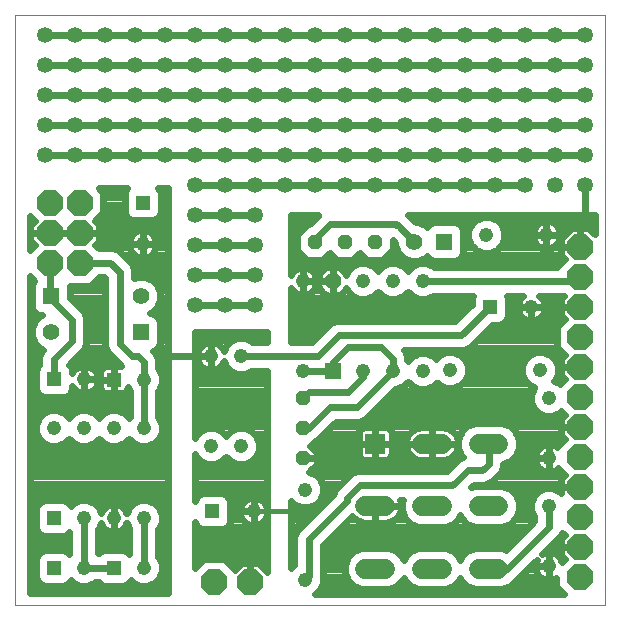
<source format=gbl>
G75*
G70*
%OFA0B0*%
%FSLAX24Y24*%
%IPPOS*%
%LPD*%
%AMOC8*
5,1,8,0,0,1.08239X$1,22.5*
%
%ADD10C,0.0000*%
%ADD11C,0.0650*%
%ADD12R,0.0650X0.0650*%
%ADD13OC8,0.0850*%
%ADD14C,0.0554*%
%ADD15R,0.0554X0.0554*%
%ADD16C,0.0476*%
%ADD17R,0.0476X0.0476*%
%ADD18OC8,0.0476*%
%ADD19C,0.0240*%
%ADD20C,0.0160*%
%ADD21C,0.0531*%
D10*
X000148Y000683D02*
X000148Y020368D01*
X019833Y020368D01*
X019833Y000683D01*
X000148Y000683D01*
D11*
X011838Y001897D02*
X012488Y001897D01*
X013728Y001897D02*
X014378Y001897D01*
X015618Y001897D02*
X016267Y001897D01*
X016267Y003983D02*
X015618Y003983D01*
X014378Y003983D02*
X013728Y003983D01*
X012488Y003983D02*
X011838Y003983D01*
X013728Y006070D02*
X014378Y006070D01*
X015618Y006070D02*
X016267Y006070D01*
D12*
X012163Y006070D03*
D13*
X007985Y001441D03*
X006790Y001441D03*
X002319Y012103D03*
X001321Y012097D03*
X001317Y013099D03*
X001319Y014101D03*
X002318Y014103D03*
X002321Y013101D03*
X018989Y012623D03*
X018989Y011621D03*
X018989Y010622D03*
X018991Y009623D03*
X018990Y008623D03*
X018991Y007623D03*
X018991Y006625D03*
X018989Y005622D03*
X018991Y004623D03*
X018989Y003621D03*
X018990Y002624D03*
X018990Y001624D03*
D14*
X010748Y011483D03*
X013466Y012804D03*
X004348Y010983D03*
X001347Y009782D03*
D15*
X001348Y010983D03*
X004347Y009782D03*
X010748Y008483D03*
X014466Y012804D03*
D16*
X013748Y011483D03*
X012748Y011483D03*
X011748Y011483D03*
X009748Y011483D03*
X007687Y008986D03*
X006687Y008986D03*
X004460Y008200D03*
X004448Y006583D03*
X003448Y006583D03*
X002448Y006583D03*
X001448Y006583D03*
X002464Y008210D03*
X006687Y005986D03*
X007687Y005986D03*
X009820Y004539D03*
X008109Y003812D03*
X009820Y001539D03*
X004447Y001927D03*
X004448Y003583D03*
X003448Y003583D03*
X002448Y003583D03*
X002452Y001930D03*
X009748Y008483D03*
X011748Y008483D03*
X012748Y008483D03*
X013748Y008483D03*
X014646Y008523D03*
X017363Y010631D03*
X017646Y008523D03*
X017948Y007583D03*
X017948Y005583D03*
X017948Y003983D03*
X017948Y001983D03*
X017868Y013031D03*
X015868Y013031D03*
X004410Y012727D03*
D17*
X004410Y014105D03*
X003460Y008200D03*
X001464Y008210D03*
X001448Y003583D03*
X001452Y001930D03*
X003447Y001927D03*
X006731Y003812D03*
X015985Y010631D03*
D18*
X012148Y012783D03*
X011148Y012783D03*
X010148Y012783D03*
X009748Y007583D03*
X009748Y006583D03*
X009748Y005583D03*
D19*
X009748Y005583D01*
X010206Y005583D01*
X010206Y005394D01*
X009946Y005134D01*
X010158Y005046D01*
X010326Y004878D01*
X010417Y004658D01*
X010417Y004420D01*
X010326Y004201D01*
X010158Y004032D01*
X009939Y003941D01*
X009701Y003941D01*
X009481Y004032D01*
X009348Y004165D01*
X009348Y001913D01*
X009468Y002033D01*
X009468Y002979D01*
X009541Y003155D01*
X009676Y003290D01*
X010744Y004358D01*
X010814Y004528D01*
X010949Y004663D01*
X010949Y004663D01*
X011241Y004955D01*
X011376Y005090D01*
X011553Y005163D01*
X014549Y005163D01*
X014549Y005163D01*
X014549Y005163D01*
X014841Y005455D01*
X014976Y005590D01*
X015084Y005635D01*
X015037Y005682D01*
X014933Y005934D01*
X014933Y006206D01*
X015037Y006458D01*
X015230Y006650D01*
X015481Y006755D01*
X016404Y006755D01*
X016655Y006650D01*
X016848Y006458D01*
X016952Y006206D01*
X016952Y005934D01*
X016848Y005682D01*
X016655Y005489D01*
X016428Y005395D01*
X016428Y005288D01*
X016355Y005111D01*
X016226Y004982D01*
X016161Y004917D01*
X016058Y004814D01*
X016058Y004814D01*
X015790Y004703D01*
X015447Y004703D01*
X015362Y004619D01*
X015481Y004668D01*
X016404Y004668D01*
X016655Y004564D01*
X016848Y004371D01*
X016952Y004119D01*
X016952Y003847D01*
X016848Y003595D01*
X016655Y003403D01*
X016404Y003298D01*
X015481Y003298D01*
X015230Y003403D01*
X015037Y003595D01*
X014998Y003691D01*
X014958Y003595D01*
X014765Y003403D01*
X014514Y003298D01*
X013592Y003298D01*
X013340Y003403D01*
X013147Y003595D01*
X013043Y003847D01*
X013043Y004119D01*
X013078Y004203D01*
X012987Y004203D01*
X012993Y004192D01*
X013019Y004111D01*
X013033Y004026D01*
X013033Y003983D01*
X012163Y003983D01*
X012163Y003438D01*
X012531Y003438D01*
X012615Y003452D01*
X012697Y003478D01*
X012773Y003517D01*
X012843Y003568D01*
X012903Y003628D01*
X012954Y003698D01*
X012993Y003774D01*
X013019Y003856D01*
X013033Y003940D01*
X013033Y003983D01*
X012163Y003983D01*
X012163Y003983D01*
X012163Y003438D01*
X011795Y003438D01*
X011711Y003452D01*
X011629Y003478D01*
X011553Y003517D01*
X011483Y003568D01*
X011423Y003628D01*
X011401Y003658D01*
X010428Y002684D01*
X010428Y001572D01*
X010417Y001547D01*
X010417Y001420D01*
X010326Y001201D01*
X010169Y001043D01*
X018461Y001043D01*
X018205Y001298D01*
X018205Y001604D01*
X018188Y001592D01*
X018124Y001559D01*
X018055Y001537D01*
X017984Y001525D01*
X017948Y001525D01*
X017948Y001983D01*
X017948Y001983D01*
X017948Y001525D01*
X017912Y001525D01*
X017841Y001537D01*
X017772Y001559D01*
X017708Y001592D01*
X017650Y001634D01*
X017599Y001685D01*
X017556Y001743D01*
X017524Y001808D01*
X017501Y001876D01*
X017490Y001947D01*
X017490Y001983D01*
X017948Y001983D01*
X017948Y001983D01*
X017490Y001983D01*
X017490Y002019D01*
X017501Y002090D01*
X017524Y002159D01*
X017546Y002202D01*
X016833Y001490D01*
X016826Y001487D01*
X016655Y001316D01*
X016404Y001212D01*
X015481Y001212D01*
X015230Y001316D01*
X015037Y001509D01*
X014998Y001604D01*
X014958Y001509D01*
X014765Y001316D01*
X014514Y001212D01*
X013592Y001212D01*
X013340Y001316D01*
X013147Y001509D01*
X013108Y001604D01*
X013068Y001509D01*
X012876Y001316D01*
X012624Y001212D01*
X011702Y001212D01*
X011450Y001316D01*
X011258Y001509D01*
X011153Y001760D01*
X011153Y002033D01*
X011258Y002285D01*
X011450Y002477D01*
X011702Y002581D01*
X012624Y002581D01*
X012876Y002477D01*
X013068Y002285D01*
X013108Y002189D01*
X013147Y002285D01*
X013340Y002477D01*
X013592Y002581D01*
X014514Y002581D01*
X014765Y002477D01*
X014958Y002285D01*
X014998Y002189D01*
X015037Y002285D01*
X015230Y002477D01*
X015481Y002581D01*
X016404Y002581D01*
X016519Y002533D01*
X017468Y003482D01*
X017468Y003618D01*
X017441Y003645D01*
X017350Y003864D01*
X017350Y004102D01*
X017441Y004322D01*
X017609Y004490D01*
X017829Y004581D01*
X018067Y004581D01*
X018287Y004490D01*
X018346Y004430D01*
X018346Y004623D01*
X018991Y004623D01*
X018991Y004623D01*
X018346Y004623D01*
X018346Y004890D01*
X018479Y005023D01*
X018257Y005245D01*
X018246Y005234D01*
X018188Y005192D01*
X018124Y005159D01*
X018055Y005137D01*
X017984Y005125D01*
X017948Y005125D01*
X017948Y005583D01*
X017948Y005583D01*
X017948Y005125D01*
X017912Y005125D01*
X017841Y005137D01*
X017772Y005159D01*
X017708Y005192D01*
X017650Y005234D01*
X017599Y005285D01*
X017556Y005343D01*
X017524Y005408D01*
X017501Y005476D01*
X017490Y005547D01*
X017490Y005583D01*
X017948Y005583D01*
X017948Y005583D01*
X017490Y005583D01*
X017490Y005619D01*
X017501Y005690D01*
X017524Y005759D01*
X017556Y005823D01*
X017599Y005882D01*
X017650Y005932D01*
X017708Y005975D01*
X017772Y006008D01*
X017841Y006030D01*
X017912Y006041D01*
X017948Y006041D01*
X017948Y005583D01*
X017948Y006041D01*
X017984Y006041D01*
X018055Y006030D01*
X018124Y006008D01*
X018188Y005975D01*
X018213Y005956D01*
X018480Y006223D01*
X018346Y006358D01*
X018346Y006625D01*
X018991Y006625D01*
X018991Y006625D01*
X018346Y006625D01*
X018346Y006892D01*
X018479Y007025D01*
X018357Y007147D01*
X018287Y007076D01*
X018067Y006985D01*
X017829Y006985D01*
X017609Y007076D01*
X017441Y007245D01*
X017350Y007464D01*
X017350Y007702D01*
X017441Y007922D01*
X017468Y007949D01*
X017307Y008016D01*
X017139Y008184D01*
X017048Y008404D01*
X017048Y008642D01*
X017139Y008861D01*
X017307Y009029D01*
X017527Y009120D01*
X017765Y009120D01*
X017984Y009029D01*
X018153Y008861D01*
X018244Y008642D01*
X018244Y008404D01*
X018153Y008184D01*
X018125Y008157D01*
X018287Y008090D01*
X018317Y008060D01*
X018478Y008222D01*
X018345Y008355D01*
X018345Y008623D01*
X018990Y008623D01*
X018990Y008623D01*
X018345Y008623D01*
X018345Y008890D01*
X018479Y009024D01*
X018206Y009298D01*
X018206Y009948D01*
X018478Y010221D01*
X018344Y010355D01*
X018344Y010622D01*
X018989Y010622D01*
X018989Y010622D01*
X018344Y010622D01*
X018344Y010889D01*
X018458Y011003D01*
X017630Y011003D01*
X017661Y010980D01*
X017712Y010930D01*
X017755Y010871D01*
X017787Y010807D01*
X017809Y010738D01*
X017821Y010667D01*
X017821Y010631D01*
X017363Y010631D01*
X017363Y010174D01*
X017399Y010174D01*
X017470Y010185D01*
X017539Y010207D01*
X017603Y010240D01*
X017661Y010282D01*
X017712Y010333D01*
X017755Y010391D01*
X017787Y010456D01*
X017809Y010524D01*
X017821Y010595D01*
X017821Y010631D01*
X017363Y010631D01*
X017363Y010631D01*
X017363Y010174D01*
X017327Y010174D01*
X017256Y010185D01*
X017187Y010207D01*
X017123Y010240D01*
X017065Y010282D01*
X017014Y010333D01*
X016971Y010391D01*
X016939Y010456D01*
X016916Y010524D01*
X016905Y010595D01*
X016905Y010631D01*
X017363Y010631D01*
X017363Y010631D01*
X017363Y010631D01*
X016905Y010631D01*
X016905Y010667D01*
X016916Y010738D01*
X016939Y010807D01*
X016971Y010871D01*
X017014Y010930D01*
X017065Y010980D01*
X017096Y011003D01*
X016557Y011003D01*
X016583Y010941D01*
X016583Y010322D01*
X016528Y010190D01*
X016427Y010088D01*
X016294Y010034D01*
X016066Y010034D01*
X015309Y009276D01*
X015132Y009203D01*
X013107Y009203D01*
X013155Y009155D01*
X013228Y008979D01*
X013228Y008849D01*
X013248Y008829D01*
X013409Y008990D01*
X013629Y009081D01*
X013867Y009081D01*
X014087Y008990D01*
X014177Y008899D01*
X014307Y009029D01*
X014527Y009120D01*
X014765Y009120D01*
X014984Y009029D01*
X015153Y008861D01*
X015244Y008642D01*
X015244Y008404D01*
X015153Y008184D01*
X014984Y008016D01*
X014765Y007925D01*
X014527Y007925D01*
X014307Y008016D01*
X014217Y008106D01*
X014087Y007976D01*
X013867Y007885D01*
X013629Y007885D01*
X013409Y007976D01*
X013248Y008138D01*
X013087Y007976D01*
X012867Y007885D01*
X012829Y007885D01*
X011820Y006876D01*
X011643Y006803D01*
X010847Y006803D01*
X010220Y006176D01*
X010163Y006153D01*
X009996Y005985D01*
X009993Y005985D01*
X010206Y005773D01*
X010206Y005583D01*
X009748Y005583D01*
X010048Y005930D02*
X011618Y005930D01*
X011618Y006070D02*
X011618Y005716D01*
X011633Y005660D01*
X011662Y005610D01*
X011703Y005569D01*
X011753Y005540D01*
X011809Y005525D01*
X012163Y005525D01*
X012517Y005525D01*
X012573Y005540D01*
X012623Y005569D01*
X012664Y005610D01*
X012693Y005660D01*
X012708Y005716D01*
X012708Y006070D01*
X012708Y006424D01*
X012693Y006480D01*
X012664Y006530D01*
X012623Y006571D01*
X012573Y006600D01*
X012517Y006615D01*
X012163Y006615D01*
X012163Y006070D01*
X012163Y006070D01*
X012163Y006615D01*
X011809Y006615D01*
X011753Y006600D01*
X011703Y006571D01*
X011662Y006530D01*
X011633Y006480D01*
X011618Y006424D01*
X011618Y006070D01*
X012163Y006070D01*
X012708Y006070D01*
X012163Y006070D01*
X012163Y006070D01*
X012163Y006070D01*
X012163Y005525D01*
X012163Y006070D01*
X012163Y006070D01*
X011618Y006070D01*
X011618Y006169D02*
X010202Y006169D01*
X010451Y006407D02*
X011618Y006407D01*
X011828Y006884D02*
X018346Y006884D01*
X018346Y006646D02*
X016660Y006646D01*
X016869Y006407D02*
X018346Y006407D01*
X018426Y006169D02*
X016952Y006169D01*
X016951Y005930D02*
X017648Y005930D01*
X017502Y005692D02*
X016852Y005692D01*
X016568Y005453D02*
X017509Y005453D01*
X017676Y005215D02*
X016398Y005215D01*
X016220Y004976D02*
X018432Y004976D01*
X018346Y004738D02*
X015873Y004738D01*
X015644Y005183D02*
X015248Y005183D01*
X014821Y004756D01*
X014644Y004683D02*
X011648Y004683D01*
X011221Y004256D01*
X011221Y004156D01*
X009948Y002883D01*
X009948Y001668D01*
X009820Y001539D01*
X010286Y001160D02*
X018344Y001160D01*
X018205Y001399D02*
X016738Y001399D01*
X016981Y001637D02*
X017647Y001637D01*
X017502Y001876D02*
X017219Y001876D01*
X017458Y002114D02*
X017509Y002114D01*
X017729Y002386D02*
X018220Y002876D01*
X018355Y003011D01*
X018394Y003106D01*
X018478Y003023D01*
X018345Y002891D01*
X018345Y002624D01*
X018990Y002624D01*
X018990Y002624D01*
X018345Y002624D01*
X018345Y002357D01*
X018479Y002223D01*
X018383Y002126D01*
X018372Y002159D01*
X018340Y002223D01*
X018297Y002282D01*
X018246Y002332D01*
X018188Y002375D01*
X018124Y002408D01*
X018055Y002430D01*
X017984Y002441D01*
X017948Y002441D01*
X017948Y001983D01*
X017948Y002441D01*
X017912Y002441D01*
X017841Y002430D01*
X017772Y002408D01*
X017729Y002386D01*
X017948Y002353D02*
X017948Y002353D01*
X017935Y002591D02*
X018345Y002591D01*
X018349Y002353D02*
X018218Y002353D01*
X017948Y002114D02*
X017948Y002114D01*
X017948Y001983D02*
X017948Y001983D01*
X017948Y001876D02*
X017948Y001876D01*
X017948Y001637D02*
X017948Y001637D01*
X018173Y002830D02*
X018345Y002830D01*
X018378Y003068D02*
X018432Y003068D01*
X017948Y003283D02*
X017948Y003983D01*
X017632Y004499D02*
X016720Y004499D01*
X016894Y004261D02*
X017416Y004261D01*
X017350Y004022D02*
X016952Y004022D01*
X016926Y003784D02*
X017384Y003784D01*
X017468Y003545D02*
X016798Y003545D01*
X016424Y003307D02*
X017293Y003307D01*
X017054Y003068D02*
X010812Y003068D01*
X010573Y002830D02*
X016816Y002830D01*
X016577Y002591D02*
X010428Y002591D01*
X010428Y002353D02*
X011326Y002353D01*
X011187Y002114D02*
X010428Y002114D01*
X010428Y001876D02*
X011153Y001876D01*
X011204Y001637D02*
X010428Y001637D01*
X010409Y001399D02*
X011368Y001399D01*
X012958Y001399D02*
X013257Y001399D01*
X013216Y002353D02*
X013000Y002353D01*
X013572Y003307D02*
X011050Y003307D01*
X011289Y003545D02*
X011514Y003545D01*
X012163Y003545D02*
X012163Y003545D01*
X012163Y003784D02*
X012163Y003784D01*
X012163Y003983D02*
X012163Y003983D01*
X012812Y003545D02*
X013197Y003545D01*
X013069Y003784D02*
X012996Y003784D01*
X013033Y004022D02*
X013043Y004022D01*
X013600Y005538D02*
X013685Y005525D01*
X014053Y005525D01*
X014420Y005525D01*
X014505Y005538D01*
X014587Y005565D01*
X014663Y005604D01*
X014732Y005654D01*
X014793Y005715D01*
X014843Y005784D01*
X014882Y005861D01*
X014909Y005942D01*
X014922Y006027D01*
X014922Y006070D01*
X014922Y006113D01*
X014909Y006197D01*
X014882Y006279D01*
X014843Y006355D01*
X014793Y006425D01*
X014732Y006485D01*
X014663Y006536D01*
X014587Y006575D01*
X014505Y006601D01*
X014420Y006615D01*
X014053Y006615D01*
X014053Y006070D01*
X014922Y006070D01*
X014053Y006070D01*
X014053Y006070D01*
X014053Y006070D01*
X014053Y005525D01*
X014053Y006070D01*
X014053Y006070D01*
X014053Y006615D01*
X013685Y006615D01*
X013600Y006601D01*
X013519Y006575D01*
X013442Y006536D01*
X013373Y006485D01*
X013312Y006425D01*
X013262Y006355D01*
X013223Y006279D01*
X013197Y006197D01*
X013183Y006113D01*
X013183Y006070D01*
X014053Y006070D01*
X014053Y006070D01*
X013183Y006070D01*
X013183Y006027D01*
X013197Y005942D01*
X013223Y005861D01*
X013262Y005784D01*
X013312Y005715D01*
X013373Y005654D01*
X013442Y005604D01*
X013519Y005565D01*
X013600Y005538D01*
X013336Y005692D02*
X012701Y005692D01*
X012708Y005930D02*
X013200Y005930D01*
X013192Y006169D02*
X012708Y006169D01*
X012708Y006407D02*
X013300Y006407D01*
X014053Y006407D02*
X014053Y006407D01*
X014053Y006169D02*
X014053Y006169D01*
X014053Y005930D02*
X014053Y005930D01*
X014053Y005692D02*
X014053Y005692D01*
X014601Y005215D02*
X010027Y005215D01*
X010206Y005453D02*
X014839Y005453D01*
X014770Y005692D02*
X015033Y005692D01*
X014934Y005930D02*
X014905Y005930D01*
X014913Y006169D02*
X014933Y006169D01*
X015016Y006407D02*
X014806Y006407D01*
X015225Y006646D02*
X010689Y006646D01*
X010648Y007283D02*
X011548Y007283D01*
X012748Y008483D01*
X012748Y008883D01*
X012348Y009283D01*
X011248Y009283D01*
X010748Y008783D01*
X010748Y008483D01*
X009748Y008483D01*
X010250Y008986D02*
X010948Y009683D01*
X015037Y009683D01*
X015985Y010631D01*
X016583Y010700D02*
X016910Y010700D01*
X016937Y010462D02*
X016583Y010462D01*
X016542Y010223D02*
X017155Y010223D01*
X017363Y010223D02*
X017363Y010223D01*
X017571Y010223D02*
X018475Y010223D01*
X018242Y009985D02*
X016017Y009985D01*
X015779Y009746D02*
X018206Y009746D01*
X018206Y009508D02*
X015540Y009508D01*
X015292Y009269D02*
X018234Y009269D01*
X018473Y009031D02*
X017981Y009031D01*
X018181Y008792D02*
X018345Y008792D01*
X018345Y008554D02*
X018244Y008554D01*
X018207Y008315D02*
X018385Y008315D01*
X018334Y008077D02*
X018300Y008077D01*
X017407Y007838D02*
X012782Y007838D01*
X012543Y007600D02*
X017350Y007600D01*
X017393Y007361D02*
X012305Y007361D01*
X012066Y007123D02*
X017563Y007123D01*
X018333Y007123D02*
X018381Y007123D01*
X017948Y005930D02*
X017948Y005930D01*
X017948Y005692D02*
X017948Y005692D01*
X017948Y005583D02*
X017948Y005583D01*
X017948Y005453D02*
X017948Y005453D01*
X017948Y005215D02*
X017948Y005215D01*
X018220Y005215D02*
X018286Y005215D01*
X018264Y004499D02*
X018346Y004499D01*
X017948Y003283D02*
X016561Y001897D01*
X015942Y001897D01*
X015147Y001399D02*
X014848Y001399D01*
X014890Y002353D02*
X015105Y002353D01*
X015461Y003307D02*
X014534Y003307D01*
X014908Y003545D02*
X015087Y003545D01*
X014644Y004683D02*
X014672Y004685D01*
X014700Y004689D01*
X014727Y004697D01*
X014752Y004708D01*
X014777Y004721D01*
X014800Y004738D01*
X014821Y004756D01*
X015644Y005183D02*
X015672Y005185D01*
X015700Y005189D01*
X015727Y005197D01*
X015752Y005208D01*
X015777Y005221D01*
X015800Y005238D01*
X015821Y005256D01*
X015948Y005383D01*
X015948Y006057D01*
X015947Y006064D01*
X015942Y006070D01*
X015045Y008077D02*
X017246Y008077D01*
X017085Y008315D02*
X015207Y008315D01*
X015244Y008554D02*
X017048Y008554D01*
X017110Y008792D02*
X015181Y008792D01*
X014981Y009031D02*
X017311Y009031D01*
X017363Y010462D02*
X017363Y010462D01*
X017789Y010462D02*
X018344Y010462D01*
X018344Y010700D02*
X017816Y010700D01*
X017703Y010939D02*
X018394Y010939D01*
X018852Y011483D02*
X018989Y011621D01*
X018852Y011483D02*
X013748Y011483D01*
X013312Y011893D02*
X013184Y011893D01*
X013248Y011829D02*
X013087Y011990D01*
X012867Y012081D01*
X012629Y012081D01*
X012409Y011990D01*
X012248Y011829D01*
X012087Y011990D01*
X011867Y012081D01*
X011629Y012081D01*
X011409Y011990D01*
X011241Y011822D01*
X011193Y011705D01*
X011173Y011744D01*
X011127Y011807D01*
X011072Y011862D01*
X011009Y011908D01*
X010939Y011944D01*
X010864Y011968D01*
X010787Y011980D01*
X010748Y011980D01*
X010748Y011483D01*
X010748Y010986D01*
X010787Y010986D01*
X010864Y010998D01*
X010939Y011023D01*
X011009Y011058D01*
X011072Y011104D01*
X011127Y011159D01*
X011173Y011223D01*
X011193Y011261D01*
X011241Y011145D01*
X011409Y010976D01*
X011629Y010885D01*
X011867Y010885D01*
X012087Y010976D01*
X012248Y011138D01*
X012409Y010976D01*
X012629Y010885D01*
X012867Y010885D01*
X013087Y010976D01*
X013248Y011138D01*
X013409Y010976D01*
X013629Y010885D01*
X013867Y010885D01*
X014087Y010976D01*
X014113Y011003D01*
X015413Y011003D01*
X015387Y010941D01*
X015387Y010712D01*
X014838Y010163D01*
X010853Y010163D01*
X010676Y010090D01*
X010541Y009955D01*
X010052Y009466D01*
X009348Y009466D01*
X009348Y011260D01*
X009356Y011243D01*
X009399Y011185D01*
X009450Y011134D01*
X009508Y011092D01*
X009572Y011059D01*
X009641Y011037D01*
X009712Y011025D01*
X009748Y011025D01*
X009784Y011025D01*
X009855Y011037D01*
X009924Y011059D01*
X009988Y011092D01*
X010046Y011134D01*
X010097Y011185D01*
X010140Y011243D01*
X010172Y011308D01*
X010195Y011376D01*
X010206Y011447D01*
X010206Y011483D01*
X009748Y011483D01*
X009748Y011025D01*
X009748Y011483D01*
X009748Y011483D01*
X009748Y011483D01*
X010206Y011483D01*
X010206Y011519D01*
X010195Y011590D01*
X010172Y011659D01*
X010140Y011723D01*
X010097Y011782D01*
X010046Y011832D01*
X009988Y011875D01*
X009924Y011908D01*
X009855Y011930D01*
X009784Y011941D01*
X009748Y011941D01*
X009748Y011483D01*
X009748Y011941D01*
X009712Y011941D01*
X009641Y011930D01*
X009572Y011908D01*
X009508Y011875D01*
X009450Y011832D01*
X009399Y011782D01*
X009356Y011723D01*
X009348Y011707D01*
X009348Y013683D01*
X010269Y013683D01*
X010241Y013655D01*
X009967Y013381D01*
X009900Y013381D01*
X009550Y013031D01*
X009550Y012536D01*
X009900Y012185D01*
X010396Y012185D01*
X010648Y012438D01*
X010900Y012185D01*
X011396Y012185D01*
X011648Y012438D01*
X011900Y012185D01*
X012396Y012185D01*
X012746Y012536D01*
X012746Y012845D01*
X012829Y012762D01*
X012829Y012677D01*
X012926Y012443D01*
X013105Y012264D01*
X013339Y012167D01*
X013593Y012167D01*
X013827Y012264D01*
X013885Y012321D01*
X013985Y012221D01*
X014117Y012167D01*
X014815Y012167D01*
X014947Y012221D01*
X015048Y012323D01*
X015103Y012455D01*
X015103Y013153D01*
X015048Y013285D01*
X014947Y013386D01*
X014815Y013441D01*
X014117Y013441D01*
X013985Y013386D01*
X013885Y013286D01*
X013827Y013344D01*
X013593Y013441D01*
X013508Y013441D01*
X013361Y013588D01*
X013299Y013649D01*
X013265Y013683D01*
X019473Y013683D01*
X019473Y013051D01*
X019256Y013268D01*
X018989Y013268D01*
X018989Y012623D01*
X018989Y012623D01*
X018989Y013268D01*
X018722Y013268D01*
X018344Y012890D01*
X018344Y012623D01*
X018989Y012623D01*
X018989Y012623D01*
X018344Y012623D01*
X018344Y012355D01*
X018479Y012221D01*
X018221Y011963D01*
X014113Y011963D01*
X014087Y011990D01*
X013867Y012081D01*
X013629Y012081D01*
X013409Y011990D01*
X013248Y011829D01*
X012999Y012370D02*
X012580Y012370D01*
X012746Y012608D02*
X012857Y012608D01*
X012960Y013310D02*
X012939Y013328D01*
X012916Y013345D01*
X012891Y013358D01*
X012866Y013369D01*
X012839Y013377D01*
X012811Y013381D01*
X012783Y013383D01*
X010648Y013383D01*
X010219Y012954D01*
X010219Y012953D02*
X010201Y012933D01*
X010185Y012911D01*
X010172Y012888D01*
X010162Y012863D01*
X010154Y012837D01*
X010150Y012810D01*
X010148Y012783D01*
X009716Y012370D02*
X009348Y012370D01*
X009348Y012608D02*
X009550Y012608D01*
X009550Y012847D02*
X009348Y012847D01*
X009348Y013085D02*
X009605Y013085D01*
X009843Y013324D02*
X009348Y013324D01*
X009348Y013562D02*
X010148Y013562D01*
X010580Y012370D02*
X010716Y012370D01*
X010709Y011980D02*
X010632Y011968D01*
X010557Y011944D01*
X010487Y011908D01*
X010424Y011862D01*
X010369Y011807D01*
X010323Y011744D01*
X010287Y011674D01*
X010263Y011600D01*
X010251Y011522D01*
X010251Y011483D01*
X010251Y011444D01*
X010263Y011367D01*
X010287Y011292D01*
X010323Y011223D01*
X010369Y011159D01*
X010424Y011104D01*
X010487Y011058D01*
X010557Y011023D01*
X010632Y010998D01*
X010709Y010986D01*
X010748Y010986D01*
X010748Y011483D01*
X010748Y011483D01*
X010251Y011483D01*
X010748Y011483D01*
X010748Y011483D01*
X010748Y011980D01*
X010709Y011980D01*
X010748Y011893D02*
X010748Y011893D01*
X011030Y011893D02*
X011312Y011893D01*
X011580Y012370D02*
X011716Y012370D01*
X012184Y011893D02*
X012312Y011893D01*
X012500Y010939D02*
X011996Y010939D01*
X011500Y010939D02*
X009348Y010939D01*
X009348Y011177D02*
X009407Y011177D01*
X009748Y011177D02*
X009748Y011177D01*
X009748Y011416D02*
X009748Y011416D01*
X009748Y011483D02*
X009748Y011483D01*
X009748Y011654D02*
X009748Y011654D01*
X009748Y011893D02*
X009748Y011893D01*
X009543Y011893D02*
X009348Y011893D01*
X009348Y012131D02*
X018389Y012131D01*
X018344Y012370D02*
X015068Y012370D01*
X015103Y012608D02*
X015446Y012608D01*
X015530Y012525D02*
X015362Y012693D01*
X015271Y012912D01*
X015271Y013150D01*
X015362Y013370D01*
X015530Y013538D01*
X015750Y013629D01*
X015987Y013629D01*
X016207Y013538D01*
X016375Y013370D01*
X016466Y013150D01*
X016466Y012912D01*
X016375Y012693D01*
X016207Y012525D01*
X015987Y012434D01*
X015750Y012434D01*
X015530Y012525D01*
X015298Y012847D02*
X015103Y012847D01*
X015103Y013085D02*
X015271Y013085D01*
X015343Y013324D02*
X015010Y013324D01*
X015588Y013562D02*
X013386Y013562D01*
X012960Y013310D02*
X013466Y012804D01*
X013847Y013324D02*
X013923Y013324D01*
X016149Y013562D02*
X019473Y013562D01*
X019473Y013324D02*
X018222Y013324D01*
X018218Y013330D02*
X018167Y013380D01*
X018108Y013423D01*
X018044Y013456D01*
X017976Y013478D01*
X017905Y013489D01*
X017868Y013489D01*
X017832Y013489D01*
X017761Y013478D01*
X017693Y013456D01*
X017629Y013423D01*
X017570Y013380D01*
X017519Y013330D01*
X017477Y013271D01*
X017444Y013207D01*
X017422Y013138D01*
X017411Y013067D01*
X017411Y013031D01*
X017411Y012995D01*
X017422Y012924D01*
X017444Y012856D01*
X017477Y012791D01*
X017519Y012733D01*
X017570Y012682D01*
X017629Y012640D01*
X017693Y012607D01*
X017761Y012585D01*
X017832Y012574D01*
X017868Y012574D01*
X017868Y013031D01*
X017411Y013031D01*
X017868Y013031D01*
X017868Y013031D01*
X017868Y013031D01*
X017868Y012574D01*
X017905Y012574D01*
X017976Y012585D01*
X018044Y012607D01*
X018108Y012640D01*
X018167Y012682D01*
X018218Y012733D01*
X018260Y012791D01*
X018293Y012856D01*
X018315Y012924D01*
X018326Y012995D01*
X018326Y013031D01*
X017868Y013031D01*
X017868Y013489D01*
X017868Y013031D01*
X017868Y013031D01*
X017868Y013031D01*
X018326Y013031D01*
X018326Y013067D01*
X018315Y013138D01*
X018293Y013207D01*
X018260Y013271D01*
X018218Y013330D01*
X018323Y013085D02*
X018539Y013085D01*
X018344Y012847D02*
X018288Y012847D01*
X018344Y012608D02*
X018047Y012608D01*
X017868Y012608D02*
X017868Y012608D01*
X017690Y012608D02*
X016291Y012608D01*
X016439Y012847D02*
X017449Y012847D01*
X017414Y013085D02*
X016466Y013085D01*
X016394Y013324D02*
X017515Y013324D01*
X017868Y013324D02*
X017868Y013324D01*
X017868Y013085D02*
X017868Y013085D01*
X017868Y012847D02*
X017868Y012847D01*
X018989Y012847D02*
X018989Y012847D01*
X018989Y013085D02*
X018989Y013085D01*
X019438Y013085D02*
X019473Y013085D01*
X019148Y013683D02*
X019148Y014683D01*
X019148Y015683D02*
X001148Y015683D01*
X001148Y016683D02*
X019148Y016683D01*
X019148Y017683D02*
X001148Y017683D01*
X001148Y018683D02*
X019148Y018683D01*
X019148Y019683D02*
X001148Y019683D01*
X002947Y014583D02*
X003903Y014583D01*
X003867Y014547D01*
X003812Y014415D01*
X003812Y013796D01*
X003867Y013664D01*
X003968Y013562D01*
X004101Y013508D01*
X004719Y013508D01*
X004852Y013562D01*
X004953Y013664D01*
X005008Y013796D01*
X005008Y014415D01*
X004953Y014547D01*
X004917Y014583D01*
X005248Y014583D01*
X005248Y001083D01*
X000648Y001083D01*
X000648Y011660D01*
X000805Y011503D01*
X000766Y011464D01*
X000711Y011332D01*
X000711Y010634D01*
X000766Y010502D01*
X000867Y010401D01*
X000999Y010346D01*
X001044Y010346D01*
X000986Y010322D01*
X000807Y010143D01*
X000710Y009909D01*
X000710Y009655D01*
X000807Y009421D01*
X000986Y009242D01*
X001086Y009200D01*
X001041Y009155D01*
X000968Y008979D01*
X000968Y008698D01*
X000921Y008651D01*
X000866Y008519D01*
X000866Y007900D01*
X000921Y007768D01*
X001022Y007667D01*
X001155Y007612D01*
X001773Y007612D01*
X001906Y007667D01*
X002007Y007768D01*
X002062Y007900D01*
X002062Y007991D01*
X002072Y007970D01*
X002115Y007911D01*
X002166Y007860D01*
X002224Y007818D01*
X002288Y007785D01*
X002357Y007763D01*
X002428Y007752D01*
X002464Y007752D01*
X002500Y007752D01*
X002571Y007763D01*
X002640Y007785D01*
X002704Y007818D01*
X002762Y007860D01*
X002813Y007911D01*
X002855Y007970D01*
X002888Y008034D01*
X002910Y008102D01*
X002922Y008174D01*
X002922Y008210D01*
X002922Y008246D01*
X002910Y008317D01*
X002888Y008385D01*
X002855Y008450D01*
X002813Y008508D01*
X002762Y008559D01*
X002704Y008601D01*
X002640Y008634D01*
X002571Y008656D01*
X002500Y008667D01*
X002464Y008667D01*
X002464Y008210D01*
X002464Y008210D01*
X002464Y008667D01*
X002428Y008667D01*
X002357Y008656D01*
X002288Y008634D01*
X002224Y008601D01*
X002166Y008559D01*
X002115Y008508D01*
X002072Y008450D01*
X002062Y008429D01*
X002062Y008519D01*
X002007Y008651D01*
X001951Y008707D01*
X002455Y009211D01*
X002528Y009388D01*
X002528Y010279D01*
X002455Y010455D01*
X002320Y010590D01*
X001985Y010925D01*
X001985Y011327D01*
X001994Y011318D01*
X002644Y011318D01*
X002949Y011623D01*
X003130Y011623D01*
X003168Y011584D01*
X003168Y009288D01*
X003241Y009111D01*
X003641Y008711D01*
X003695Y008657D01*
X003460Y008657D01*
X003460Y008200D01*
X003460Y008200D01*
X003460Y008657D01*
X003193Y008657D01*
X003137Y008642D01*
X003087Y008613D01*
X003046Y008572D01*
X003017Y008522D01*
X003002Y008466D01*
X003002Y008200D01*
X003460Y008200D01*
X003460Y008200D01*
X003460Y007742D01*
X003727Y007742D01*
X003782Y007757D01*
X003833Y007786D01*
X003874Y007827D01*
X003903Y007877D01*
X003918Y007933D01*
X003918Y007946D01*
X003953Y007861D01*
X003978Y007836D01*
X003975Y006956D01*
X003948Y006929D01*
X003787Y007090D01*
X003567Y007181D01*
X003329Y007181D01*
X003109Y007090D01*
X002948Y006929D01*
X002787Y007090D01*
X002567Y007181D01*
X002329Y007181D01*
X002109Y007090D01*
X001948Y006929D01*
X001787Y007090D01*
X001567Y007181D01*
X001329Y007181D01*
X001109Y007090D01*
X000941Y006922D01*
X000850Y006702D01*
X000850Y006464D01*
X000941Y006245D01*
X001109Y006076D01*
X001329Y005985D01*
X001567Y005985D01*
X001787Y006076D01*
X001948Y006238D01*
X002109Y006076D01*
X002329Y005985D01*
X002567Y005985D01*
X002787Y006076D01*
X002948Y006238D01*
X003109Y006076D01*
X003329Y005985D01*
X003567Y005985D01*
X003787Y006076D01*
X003948Y006238D01*
X004109Y006076D01*
X004329Y005985D01*
X004567Y005985D01*
X004787Y006076D01*
X004955Y006245D01*
X005046Y006464D01*
X005046Y006702D01*
X004955Y006922D01*
X004935Y006942D01*
X004938Y007833D01*
X004967Y007861D01*
X005058Y008081D01*
X005058Y008319D01*
X004967Y008538D01*
X004928Y008577D01*
X004928Y008879D01*
X004855Y009055D01*
X004745Y009165D01*
X004828Y009199D01*
X004929Y009301D01*
X004984Y009433D01*
X004984Y010131D01*
X004929Y010263D01*
X004828Y010364D01*
X004695Y010419D01*
X004651Y010419D01*
X004709Y010443D01*
X004888Y010622D01*
X004985Y010857D01*
X004985Y011110D01*
X004888Y011344D01*
X004709Y011523D01*
X004475Y011620D01*
X004221Y011620D01*
X004128Y011582D01*
X004128Y011879D01*
X004055Y012055D01*
X003920Y012190D01*
X003601Y012509D01*
X003424Y012583D01*
X002949Y012583D01*
X002832Y012700D01*
X002966Y012834D01*
X002966Y013101D01*
X002321Y013101D01*
X002321Y013101D01*
X002319Y013099D01*
X001317Y013099D01*
X001317Y013099D01*
X000672Y013099D01*
X000672Y013366D01*
X000808Y013502D01*
X000648Y013661D01*
X000648Y012534D01*
X000809Y012694D01*
X000672Y012832D01*
X000672Y013099D01*
X001317Y013099D01*
X000672Y013085D02*
X000648Y013085D01*
X000648Y012847D02*
X000672Y012847D01*
X000648Y012608D02*
X000723Y012608D01*
X001321Y012097D02*
X001321Y011010D01*
X001348Y010983D01*
X001348Y010883D01*
X002048Y010183D01*
X002048Y009483D01*
X001448Y008883D01*
X001448Y008232D01*
X001464Y008210D01*
X000866Y008315D02*
X000648Y008315D01*
X000648Y008077D02*
X000866Y008077D01*
X000892Y007838D02*
X000648Y007838D01*
X000648Y007600D02*
X003977Y007600D01*
X003976Y007838D02*
X003880Y007838D01*
X003460Y007838D02*
X003460Y007838D01*
X003460Y007742D02*
X003460Y008200D01*
X003460Y008200D01*
X003002Y008200D01*
X003002Y007933D01*
X003017Y007877D01*
X003046Y007827D01*
X003087Y007786D01*
X003137Y007757D01*
X003193Y007742D01*
X003460Y007742D01*
X003460Y008077D02*
X003460Y008077D01*
X003460Y008315D02*
X003460Y008315D01*
X003460Y008554D02*
X003460Y008554D01*
X003560Y008792D02*
X002036Y008792D01*
X002047Y008554D02*
X002161Y008554D01*
X002464Y008554D02*
X002464Y008554D01*
X002464Y008315D02*
X002464Y008315D01*
X002464Y008210D02*
X002922Y008210D01*
X002464Y008210D01*
X002464Y008210D01*
X002464Y007752D01*
X002464Y008210D01*
X002464Y008210D01*
X002464Y008077D02*
X002464Y008077D01*
X002464Y007838D02*
X002464Y007838D01*
X002732Y007838D02*
X003039Y007838D01*
X003002Y008077D02*
X002902Y008077D01*
X002911Y008315D02*
X003002Y008315D01*
X003035Y008554D02*
X002767Y008554D01*
X002274Y009031D02*
X003322Y009031D01*
X003176Y009269D02*
X002479Y009269D01*
X002528Y009508D02*
X003168Y009508D01*
X003168Y009746D02*
X002528Y009746D01*
X002528Y009985D02*
X003168Y009985D01*
X003168Y010223D02*
X002528Y010223D01*
X002448Y010462D02*
X003168Y010462D01*
X003168Y010700D02*
X002210Y010700D01*
X001985Y010939D02*
X003168Y010939D01*
X003168Y011177D02*
X001985Y011177D01*
X002743Y011416D02*
X003168Y011416D01*
X003648Y011783D02*
X003648Y009383D01*
X004048Y008983D01*
X004248Y008983D01*
X004448Y008783D01*
X004448Y008205D01*
X004460Y008200D01*
X004453Y006589D01*
X004448Y006583D01*
X004879Y006169D02*
X005248Y006169D01*
X005248Y006407D02*
X005022Y006407D01*
X005046Y006646D02*
X005248Y006646D01*
X005248Y006884D02*
X004970Y006884D01*
X004936Y007123D02*
X005248Y007123D01*
X005248Y007361D02*
X004936Y007361D01*
X004937Y007600D02*
X005248Y007600D01*
X005248Y007838D02*
X004944Y007838D01*
X005056Y008077D02*
X005248Y008077D01*
X005248Y008315D02*
X005058Y008315D01*
X004951Y008554D02*
X005248Y008554D01*
X005248Y008792D02*
X004928Y008792D01*
X005148Y008983D02*
X005151Y008986D01*
X006687Y008986D01*
X006687Y008986D01*
X006230Y008986D01*
X006230Y008950D01*
X006241Y008879D01*
X006263Y008810D01*
X006296Y008746D01*
X006338Y008688D01*
X006389Y008637D01*
X006447Y008594D01*
X006512Y008562D01*
X006580Y008539D01*
X006651Y008528D01*
X006687Y008528D01*
X006687Y008986D01*
X006230Y008986D01*
X006230Y009022D01*
X006241Y009093D01*
X006263Y009162D01*
X006296Y009226D01*
X006338Y009284D01*
X006389Y009335D01*
X006447Y009378D01*
X006512Y009410D01*
X006580Y009432D01*
X006651Y009444D01*
X006687Y009444D01*
X006687Y008986D01*
X006687Y008986D01*
X006687Y008986D01*
X006687Y009444D01*
X006723Y009444D01*
X006795Y009432D01*
X006863Y009410D01*
X006927Y009378D01*
X006986Y009335D01*
X007037Y009284D01*
X007079Y009226D01*
X007112Y009162D01*
X007112Y009159D01*
X007181Y009324D01*
X007349Y009492D01*
X007568Y009583D01*
X007806Y009583D01*
X008026Y009492D01*
X008053Y009466D01*
X008548Y009466D01*
X008548Y009783D01*
X006148Y009783D01*
X006148Y006246D01*
X006181Y006325D01*
X006349Y006493D01*
X006568Y006584D01*
X006806Y006584D01*
X007026Y006493D01*
X007188Y006331D01*
X007349Y006492D01*
X007568Y006583D01*
X007806Y006583D01*
X008026Y006492D01*
X008194Y006324D01*
X008285Y006105D01*
X008285Y005867D01*
X008194Y005647D01*
X008026Y005479D01*
X007806Y005388D01*
X007568Y005388D01*
X007349Y005479D01*
X007187Y005640D01*
X007026Y005479D01*
X006806Y005388D01*
X006568Y005388D01*
X006349Y005479D01*
X006181Y005647D01*
X006148Y005726D01*
X006148Y004156D01*
X006188Y004253D01*
X006290Y004355D01*
X006422Y004409D01*
X007041Y004409D01*
X007173Y004355D01*
X007274Y004253D01*
X007329Y004121D01*
X007329Y003502D01*
X007274Y003370D01*
X007173Y003269D01*
X007041Y003214D01*
X006422Y003214D01*
X006290Y003269D01*
X006188Y003370D01*
X006148Y003468D01*
X006148Y001910D01*
X006465Y002226D01*
X007115Y002226D01*
X007486Y001855D01*
X007718Y002086D01*
X007985Y002086D01*
X007985Y001441D01*
X007985Y001441D01*
X007985Y002086D01*
X008252Y002086D01*
X008548Y001790D01*
X008548Y003680D01*
X008534Y003636D01*
X008501Y003572D01*
X008459Y003513D01*
X008408Y003462D01*
X008349Y003420D01*
X008285Y003387D01*
X008217Y003365D01*
X008145Y003354D01*
X008109Y003354D01*
X008109Y003812D01*
X008109Y004269D01*
X008073Y004269D01*
X008002Y004258D01*
X007934Y004236D01*
X007869Y004203D01*
X007811Y004161D01*
X007760Y004110D01*
X007718Y004052D01*
X007685Y003987D01*
X007663Y003919D01*
X007652Y003848D01*
X007652Y003812D01*
X008109Y003812D01*
X008109Y003812D01*
X008109Y003812D01*
X007652Y003812D01*
X007652Y003776D01*
X007663Y003704D01*
X007685Y003636D01*
X007718Y003572D01*
X007760Y003513D01*
X007811Y003462D01*
X007869Y003420D01*
X007934Y003387D01*
X008002Y003365D01*
X008073Y003354D01*
X008109Y003354D01*
X008109Y003812D01*
X008109Y004269D01*
X008145Y004269D01*
X008217Y004258D01*
X008285Y004236D01*
X008349Y004203D01*
X008408Y004161D01*
X008459Y004110D01*
X008501Y004052D01*
X008534Y003987D01*
X008548Y003943D01*
X008548Y008506D01*
X008053Y008506D01*
X008026Y008479D01*
X007806Y008388D01*
X007568Y008388D01*
X007349Y008479D01*
X007181Y008647D01*
X007112Y008812D01*
X007112Y008810D01*
X007079Y008746D01*
X007037Y008688D01*
X006986Y008637D01*
X006927Y008594D01*
X006863Y008562D01*
X006795Y008539D01*
X006723Y008528D01*
X006687Y008528D01*
X006687Y008986D01*
X006687Y009031D02*
X006687Y009031D01*
X006687Y009269D02*
X006687Y009269D01*
X006327Y009269D02*
X006148Y009269D01*
X006148Y009031D02*
X006231Y009031D01*
X006272Y008792D02*
X006148Y008792D01*
X006148Y008554D02*
X006536Y008554D01*
X006687Y008554D02*
X006687Y008554D01*
X006839Y008554D02*
X007274Y008554D01*
X007120Y008792D02*
X007102Y008792D01*
X006687Y008792D02*
X006687Y008792D01*
X007047Y009269D02*
X007158Y009269D01*
X007386Y009508D02*
X006148Y009508D01*
X006148Y009746D02*
X008548Y009746D01*
X008548Y009508D02*
X007989Y009508D01*
X007687Y008986D02*
X010250Y008986D01*
X010094Y009508D02*
X009348Y009508D01*
X009348Y009746D02*
X010332Y009746D01*
X010541Y009955D02*
X010541Y009955D01*
X010571Y009985D02*
X009348Y009985D01*
X009348Y010223D02*
X014898Y010223D01*
X015137Y010462D02*
X009348Y010462D01*
X009348Y010700D02*
X015375Y010700D01*
X015387Y010939D02*
X013996Y010939D01*
X013500Y010939D02*
X012996Y010939D01*
X011228Y011177D02*
X011140Y011177D01*
X010748Y011177D02*
X010748Y011177D01*
X010748Y011416D02*
X010748Y011416D01*
X010748Y011483D02*
X010748Y011483D01*
X010748Y011654D02*
X010748Y011654D01*
X010466Y011893D02*
X009953Y011893D01*
X010174Y011654D02*
X010281Y011654D01*
X010255Y011416D02*
X010201Y011416D01*
X010089Y011177D02*
X010356Y011177D01*
X008148Y010683D02*
X006148Y010683D01*
X005248Y010700D02*
X004920Y010700D01*
X004985Y010939D02*
X005248Y010939D01*
X005248Y011177D02*
X004957Y011177D01*
X004817Y011416D02*
X005248Y011416D01*
X005248Y011654D02*
X004128Y011654D01*
X004122Y011893D02*
X005248Y011893D01*
X005248Y012131D02*
X003979Y012131D01*
X004124Y012370D02*
X003740Y012370D01*
X004018Y012488D02*
X004061Y012429D01*
X004112Y012378D01*
X004170Y012336D01*
X004234Y012303D01*
X004303Y012281D01*
X004374Y012270D01*
X004410Y012270D01*
X004446Y012270D01*
X004517Y012281D01*
X004586Y012303D01*
X004650Y012336D01*
X004708Y012378D01*
X004759Y012429D01*
X004802Y012488D01*
X004834Y012552D01*
X004857Y012620D01*
X004868Y012691D01*
X004868Y012727D01*
X004410Y012727D01*
X004410Y012270D01*
X004410Y012727D01*
X004410Y012727D01*
X003952Y012727D01*
X003952Y012691D01*
X003963Y012620D01*
X003986Y012552D01*
X004018Y012488D01*
X003967Y012608D02*
X002924Y012608D01*
X002966Y012847D02*
X003967Y012847D01*
X003963Y012835D02*
X003952Y012764D01*
X003952Y012728D01*
X004410Y012728D01*
X004410Y013185D01*
X004410Y012728D01*
X004410Y012728D01*
X004410Y012727D01*
X004410Y012728D01*
X004868Y012728D01*
X004868Y012764D01*
X004857Y012835D01*
X004834Y012903D01*
X004802Y012967D01*
X004759Y013026D01*
X004708Y013077D01*
X004650Y013119D01*
X004586Y013152D01*
X004517Y013174D01*
X004446Y013185D01*
X004410Y013185D01*
X004374Y013185D01*
X004303Y013174D01*
X004234Y013152D01*
X004170Y013119D01*
X004112Y013077D01*
X004061Y013026D01*
X004018Y012967D01*
X003986Y012903D01*
X003963Y012835D01*
X004124Y013085D02*
X002966Y013085D01*
X002966Y013101D02*
X002966Y013368D01*
X002830Y013504D01*
X003103Y013777D01*
X003103Y014428D01*
X002947Y014583D01*
X003014Y014516D02*
X003854Y014516D01*
X003812Y014278D02*
X003103Y014278D01*
X003103Y014039D02*
X003812Y014039D01*
X003812Y013801D02*
X003103Y013801D01*
X002888Y013562D02*
X003969Y013562D01*
X004410Y013085D02*
X004410Y013085D01*
X004410Y012847D02*
X004410Y012847D01*
X004410Y012608D02*
X004410Y012608D01*
X004410Y012370D02*
X004410Y012370D01*
X004696Y012370D02*
X005248Y012370D01*
X005248Y012608D02*
X004853Y012608D01*
X004853Y012847D02*
X005248Y012847D01*
X005248Y013085D02*
X004696Y013085D01*
X004851Y013562D02*
X005248Y013562D01*
X005248Y013324D02*
X002966Y013324D01*
X002966Y013101D02*
X002321Y013101D01*
X002319Y012103D02*
X003329Y012103D01*
X003648Y011783D01*
X004728Y010462D02*
X005248Y010462D01*
X005248Y010223D02*
X004945Y010223D01*
X004984Y009985D02*
X005248Y009985D01*
X005248Y009746D02*
X004984Y009746D01*
X004984Y009508D02*
X005248Y009508D01*
X005248Y009269D02*
X004898Y009269D01*
X004865Y009031D02*
X005248Y009031D01*
X006148Y008315D02*
X008548Y008315D01*
X008548Y008077D02*
X006148Y008077D01*
X006148Y007838D02*
X008548Y007838D01*
X008548Y007600D02*
X006148Y007600D01*
X006148Y007361D02*
X008548Y007361D01*
X008548Y007123D02*
X006148Y007123D01*
X006148Y006884D02*
X008548Y006884D01*
X008548Y006646D02*
X006148Y006646D01*
X006148Y006407D02*
X006263Y006407D01*
X006162Y005692D02*
X006148Y005692D01*
X006148Y005453D02*
X006411Y005453D01*
X006148Y005215D02*
X008548Y005215D01*
X008548Y005453D02*
X007964Y005453D01*
X008213Y005692D02*
X008548Y005692D01*
X008548Y005930D02*
X008285Y005930D01*
X008259Y006169D02*
X008548Y006169D01*
X008548Y006407D02*
X008111Y006407D01*
X007264Y006407D02*
X007111Y006407D01*
X006963Y005453D02*
X007410Y005453D01*
X007267Y004261D02*
X008019Y004261D01*
X008109Y004261D02*
X008109Y004261D01*
X008200Y004261D02*
X008548Y004261D01*
X008548Y004499D02*
X006148Y004499D01*
X006148Y004261D02*
X006196Y004261D01*
X006148Y004738D02*
X008548Y004738D01*
X008548Y004976D02*
X006148Y004976D01*
X005248Y004976D02*
X000648Y004976D01*
X000648Y004738D02*
X005248Y004738D01*
X005248Y004499D02*
X000648Y004499D01*
X000648Y004261D02*
X005248Y004261D01*
X005248Y004022D02*
X004854Y004022D01*
X004787Y004090D02*
X004955Y003922D01*
X005046Y003702D01*
X005046Y003464D01*
X004955Y003245D01*
X004928Y003218D01*
X004928Y002292D01*
X004954Y002266D01*
X005045Y002046D01*
X005045Y001808D01*
X004954Y001589D01*
X004786Y001420D01*
X004566Y001329D01*
X004328Y001329D01*
X004108Y001420D01*
X004006Y001523D01*
X003990Y001486D01*
X003889Y001384D01*
X003756Y001329D01*
X003138Y001329D01*
X003005Y001384D01*
X002939Y001450D01*
X002818Y001450D01*
X002791Y001423D01*
X002571Y001332D01*
X002334Y001332D01*
X002114Y001423D01*
X002011Y001526D01*
X001995Y001488D01*
X001894Y001387D01*
X001762Y001332D01*
X001143Y001332D01*
X001011Y001387D01*
X000909Y001488D01*
X000855Y001621D01*
X000855Y002239D01*
X000909Y002372D01*
X001011Y002473D01*
X001143Y002528D01*
X001762Y002528D01*
X001894Y002473D01*
X001968Y002399D01*
X001968Y003119D01*
X001890Y003040D01*
X001757Y002985D01*
X001139Y002985D01*
X001006Y003040D01*
X000905Y003142D01*
X000850Y003274D01*
X000850Y003893D01*
X000905Y004025D01*
X001006Y004126D01*
X001139Y004181D01*
X001757Y004181D01*
X001890Y004126D01*
X001991Y004025D01*
X002007Y003987D01*
X002109Y004090D01*
X002329Y004181D01*
X002567Y004181D01*
X002787Y004090D01*
X002955Y003922D01*
X003023Y003757D01*
X003024Y003759D01*
X003056Y003823D01*
X003099Y003882D01*
X003150Y003932D01*
X003208Y003975D01*
X003272Y004008D01*
X003341Y004030D01*
X003412Y004041D01*
X003448Y004041D01*
X003448Y003583D01*
X003448Y003125D01*
X003484Y003125D01*
X003555Y003137D01*
X003624Y003159D01*
X003688Y003192D01*
X003746Y003234D01*
X003797Y003285D01*
X003840Y003343D01*
X003872Y003408D01*
X003873Y003410D01*
X003941Y003245D01*
X003968Y003218D01*
X003968Y002391D01*
X003889Y002470D01*
X003756Y002525D01*
X003138Y002525D01*
X003005Y002470D01*
X002945Y002410D01*
X002928Y002410D01*
X002928Y003218D01*
X002955Y003245D01*
X003023Y003410D01*
X003024Y003408D01*
X003056Y003343D01*
X003099Y003285D01*
X003150Y003234D01*
X003208Y003192D01*
X003272Y003159D01*
X003341Y003137D01*
X003412Y003125D01*
X003448Y003125D01*
X003448Y003583D01*
X003448Y003583D01*
X003448Y004041D01*
X003484Y004041D01*
X003555Y004030D01*
X003624Y004008D01*
X003688Y003975D01*
X003746Y003932D01*
X003797Y003882D01*
X003840Y003823D01*
X003872Y003759D01*
X003873Y003757D01*
X003941Y003922D01*
X004109Y004090D01*
X004329Y004181D01*
X004567Y004181D01*
X004787Y004090D01*
X005012Y003784D02*
X005248Y003784D01*
X005248Y003545D02*
X005046Y003545D01*
X004981Y003307D02*
X005248Y003307D01*
X005248Y003068D02*
X004928Y003068D01*
X004928Y002830D02*
X005248Y002830D01*
X005248Y002591D02*
X004928Y002591D01*
X004928Y002353D02*
X005248Y002353D01*
X005248Y002114D02*
X005017Y002114D01*
X005045Y001876D02*
X005248Y001876D01*
X005248Y001637D02*
X004974Y001637D01*
X004733Y001399D02*
X005248Y001399D01*
X005248Y001160D02*
X000648Y001160D01*
X000648Y001399D02*
X000999Y001399D01*
X000855Y001637D02*
X000648Y001637D01*
X000648Y001876D02*
X000855Y001876D01*
X000855Y002114D02*
X000648Y002114D01*
X000648Y002353D02*
X000902Y002353D01*
X000648Y002591D02*
X001968Y002591D01*
X001968Y002830D02*
X000648Y002830D01*
X000648Y003068D02*
X000978Y003068D01*
X000850Y003307D02*
X000648Y003307D01*
X000648Y003545D02*
X000850Y003545D01*
X000850Y003784D02*
X000648Y003784D01*
X000648Y004022D02*
X000904Y004022D01*
X001992Y004022D02*
X002042Y004022D01*
X002448Y003583D02*
X002448Y001934D01*
X002452Y001930D01*
X003444Y001930D01*
X003447Y001927D01*
X003903Y001399D02*
X004161Y001399D01*
X004447Y001927D02*
X004448Y001935D01*
X004448Y003583D01*
X004042Y004022D02*
X003578Y004022D01*
X003448Y004022D02*
X003448Y004022D01*
X003318Y004022D02*
X002854Y004022D01*
X003012Y003784D02*
X003036Y003784D01*
X003448Y003784D02*
X003448Y003784D01*
X003448Y003583D02*
X003448Y003583D01*
X003448Y003545D02*
X003448Y003545D01*
X003448Y003307D02*
X003448Y003307D01*
X003813Y003307D02*
X003915Y003307D01*
X003968Y003068D02*
X002928Y003068D01*
X002928Y002830D02*
X003968Y002830D01*
X003968Y002591D02*
X002928Y002591D01*
X002981Y003307D02*
X003083Y003307D01*
X003860Y003784D02*
X003884Y003784D01*
X005248Y005215D02*
X000648Y005215D01*
X000648Y005453D02*
X005248Y005453D01*
X005248Y005692D02*
X000648Y005692D01*
X000648Y005930D02*
X005248Y005930D01*
X004017Y006169D02*
X003879Y006169D01*
X003976Y007123D02*
X003708Y007123D01*
X003976Y007361D02*
X000648Y007361D01*
X000648Y007123D02*
X001188Y007123D01*
X000926Y006884D02*
X000648Y006884D01*
X000648Y006646D02*
X000850Y006646D01*
X000874Y006407D02*
X000648Y006407D01*
X000648Y006169D02*
X001017Y006169D01*
X001879Y006169D02*
X002017Y006169D01*
X002879Y006169D02*
X003017Y006169D01*
X003188Y007123D02*
X002708Y007123D01*
X002188Y007123D02*
X001708Y007123D01*
X002036Y007838D02*
X002196Y007838D01*
X000881Y008554D02*
X000648Y008554D01*
X000648Y008792D02*
X000968Y008792D01*
X000990Y009031D02*
X000648Y009031D01*
X000648Y009269D02*
X000958Y009269D01*
X000771Y009508D02*
X000648Y009508D01*
X000648Y009746D02*
X000710Y009746D01*
X000741Y009985D02*
X000648Y009985D01*
X000648Y010223D02*
X000887Y010223D01*
X000806Y010462D02*
X000648Y010462D01*
X000648Y010700D02*
X000711Y010700D01*
X000711Y010939D02*
X000648Y010939D01*
X000648Y011177D02*
X000711Y011177D01*
X000746Y011416D02*
X000648Y011416D01*
X000648Y011654D02*
X000654Y011654D01*
X000648Y013324D02*
X000672Y013324D01*
X000648Y013562D02*
X000747Y013562D01*
X005008Y013801D02*
X005248Y013801D01*
X005248Y014039D02*
X005008Y014039D01*
X005008Y014278D02*
X005248Y014278D01*
X005248Y014516D02*
X004966Y014516D01*
X006148Y014683D02*
X017148Y014683D01*
X017023Y010939D02*
X016583Y010939D01*
X014311Y009031D02*
X013988Y009031D01*
X013508Y009031D02*
X013206Y009031D01*
X013187Y008077D02*
X013309Y008077D01*
X014187Y008077D02*
X014246Y008077D01*
X012163Y006407D02*
X012163Y006407D01*
X012163Y006169D02*
X012163Y006169D01*
X012163Y005930D02*
X012163Y005930D01*
X012163Y005692D02*
X012163Y005692D01*
X011625Y005692D02*
X010206Y005692D01*
X010228Y004976D02*
X011262Y004976D01*
X011024Y004738D02*
X010384Y004738D01*
X010417Y004499D02*
X010802Y004499D01*
X010647Y004261D02*
X010351Y004261D01*
X010408Y004022D02*
X010134Y004022D01*
X010170Y003784D02*
X009348Y003784D01*
X009348Y004022D02*
X009505Y004022D01*
X009348Y003545D02*
X009931Y003545D01*
X009693Y003307D02*
X009348Y003307D01*
X009348Y003068D02*
X009505Y003068D01*
X009468Y002830D02*
X009348Y002830D01*
X009348Y002591D02*
X009468Y002591D01*
X009468Y002353D02*
X009348Y002353D01*
X009348Y002114D02*
X009468Y002114D01*
X008548Y002114D02*
X007227Y002114D01*
X007465Y001876D02*
X007507Y001876D01*
X007985Y001876D02*
X007985Y001876D01*
X007985Y001637D02*
X007985Y001637D01*
X008463Y001876D02*
X008548Y001876D01*
X008548Y002353D02*
X006148Y002353D01*
X006148Y002591D02*
X008548Y002591D01*
X008548Y002830D02*
X006148Y002830D01*
X006148Y003068D02*
X008548Y003068D01*
X008548Y003307D02*
X007211Y003307D01*
X007329Y003545D02*
X007737Y003545D01*
X007652Y003784D02*
X007329Y003784D01*
X007329Y004022D02*
X007703Y004022D01*
X008109Y004022D02*
X008109Y004022D01*
X008109Y003812D02*
X008109Y003812D01*
X008109Y003784D02*
X008109Y003784D01*
X008109Y003545D02*
X008109Y003545D01*
X008482Y003545D02*
X008548Y003545D01*
X008548Y004022D02*
X008516Y004022D01*
X006252Y003307D02*
X006148Y003307D01*
X006148Y002114D02*
X006353Y002114D01*
X002991Y001399D02*
X002732Y001399D01*
X002173Y001399D02*
X001906Y001399D01*
X001918Y003068D02*
X001968Y003068D01*
X009748Y006583D02*
X009948Y006583D01*
X010648Y007283D01*
X011248Y007783D02*
X009948Y007783D01*
X009748Y007583D01*
X011248Y007783D02*
X011748Y008283D01*
X011748Y008483D01*
X008148Y011683D02*
X006148Y011683D01*
X006148Y012683D02*
X008148Y012683D01*
X008148Y013683D02*
X006148Y013683D01*
D20*
X008109Y003812D02*
X009548Y003812D01*
X009548Y003483D01*
X009748Y003483D01*
X009748Y003683D01*
D21*
X008148Y010683D03*
X007148Y010683D03*
X006148Y010683D03*
X006148Y011683D03*
X006148Y012683D03*
X007148Y012683D03*
X007148Y011683D03*
X008148Y011683D03*
X008148Y012683D03*
X008148Y013683D03*
X007148Y013683D03*
X006148Y013683D03*
X006148Y014683D03*
X007148Y014683D03*
X008148Y014683D03*
X009148Y014683D03*
X010148Y014683D03*
X011148Y014683D03*
X012148Y014683D03*
X013148Y014683D03*
X014148Y014683D03*
X015148Y014683D03*
X016148Y014683D03*
X017148Y014683D03*
X018148Y014683D03*
X019148Y014683D03*
X019148Y015683D03*
X018148Y015683D03*
X017148Y015683D03*
X016148Y015683D03*
X015148Y015683D03*
X014148Y015683D03*
X013148Y015683D03*
X012148Y015683D03*
X011148Y015683D03*
X010148Y015683D03*
X009148Y015683D03*
X008148Y015683D03*
X007148Y015683D03*
X006148Y015683D03*
X005148Y015683D03*
X004148Y015683D03*
X003148Y015683D03*
X002148Y015683D03*
X001148Y015683D03*
X001148Y016683D03*
X002148Y016683D03*
X003148Y016683D03*
X004148Y016683D03*
X005148Y016683D03*
X006148Y016683D03*
X007148Y016683D03*
X008148Y016683D03*
X009148Y016683D03*
X010148Y016683D03*
X011148Y016683D03*
X012148Y016683D03*
X013148Y016683D03*
X014148Y016683D03*
X015148Y016683D03*
X016148Y016683D03*
X017148Y016683D03*
X018148Y016683D03*
X019148Y016683D03*
X019148Y017683D03*
X018148Y017683D03*
X017148Y017683D03*
X016148Y017683D03*
X015148Y017683D03*
X014148Y017683D03*
X013148Y017683D03*
X012148Y017683D03*
X011148Y017683D03*
X010148Y017683D03*
X009148Y017683D03*
X008148Y017683D03*
X007148Y017683D03*
X006148Y017683D03*
X005148Y017683D03*
X004148Y017683D03*
X003148Y017683D03*
X002148Y017683D03*
X001148Y017683D03*
X001148Y018683D03*
X002148Y018683D03*
X003148Y018683D03*
X004148Y018683D03*
X005148Y018683D03*
X006148Y018683D03*
X007148Y018683D03*
X008148Y018683D03*
X009148Y018683D03*
X010148Y018683D03*
X011148Y018683D03*
X012148Y018683D03*
X013148Y018683D03*
X014148Y018683D03*
X015148Y018683D03*
X016148Y018683D03*
X017148Y018683D03*
X018148Y018683D03*
X019148Y018683D03*
X019148Y019683D03*
X018148Y019683D03*
X017148Y019683D03*
X016148Y019683D03*
X015148Y019683D03*
X014148Y019683D03*
X013148Y019683D03*
X012148Y019683D03*
X011148Y019683D03*
X010148Y019683D03*
X009148Y019683D03*
X008148Y019683D03*
X007148Y019683D03*
X006148Y019683D03*
X005148Y019683D03*
X004148Y019683D03*
X003148Y019683D03*
X002148Y019683D03*
X001148Y019683D03*
M02*

</source>
